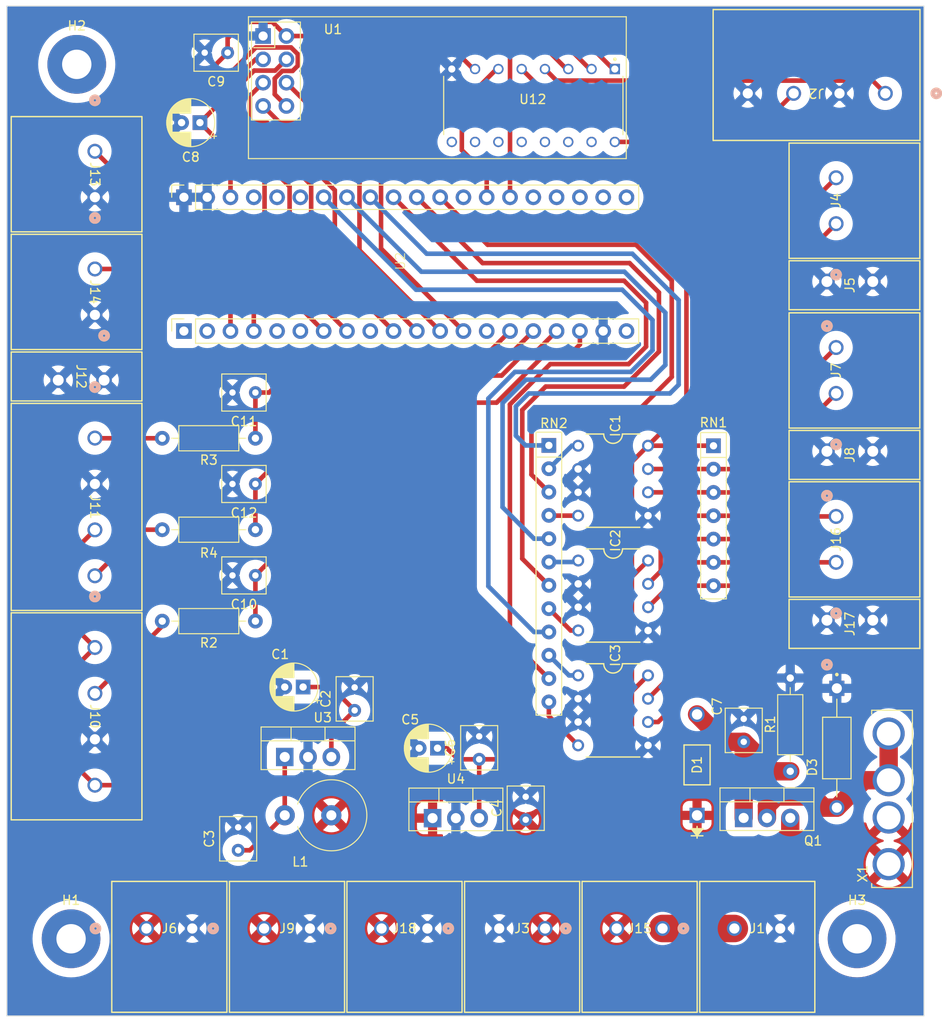
<source format=kicad_pcb>
(kicad_pcb (version 20221018) (generator pcbnew)
  (layers (0 "F.Cu" signal) (31 "B.Cu" signal) (34 "B.Paste" user) (35 "F.Paste" user) (36 "B.SilkS" user "B.Silkscreen") (37 "F.SilkS" user "F.Silkscreen") (38 "B.Mask" user) (39 "F.Mask" user) (44 "Edge.Cuts" user))
  (net 0 "")
  (net 1 "VCC")
  (net 2 "GND")
  (net 3 "Net-(U3-IN)")
  (net 4 "+24V")
  (net 5 "+5V")
  (net 6 "Net-(Q1-G)")
  (net 7 "Net-(Q1-S)")
  (net 8 "NRF24L01_CE")
  (net 9 "NRF24L01_CSN")
  (net 10 "PB3")
  (net 11 "PB5")
  (net 12 "PB4")
  (net 13 "NRF24L01_IRQ")
  (net 14 "Net-(J10-Pad2)")
  (net 15 "Net-(J11-Pad1)")
  (net 16 "Net-(J11-Pad4)")
  (net 23 "DISK_PWM")
  (net 24 "WHEEL_LEFT_PWM")
  (net 25 "WHEEL_RIGHT_PWM")
  (net 26 "HAND_END_LEFT")
  (net 27 "HAND_END_RIGHT")
  (net 28 "OPT_END_WHEEL_LEFT")
  (net 29 "OPT_END_WHEEL_RIGHT")
  (net 30 "OPT_END_DISK")
  (net 31 "DISK_DIR")
  (net 32 "WHEEL_LEFT_DIR")
  (net 33 "WHEEL_RIGHT_DIR")
  (net 34 "Net-(U12-E)")
  (net 35 "Net-(U12-F)")
  (net 36 "+3.3V")
  (net 37 "HAND_PWM")
  (net 38 "HAND_DIR")
  (net 45 "Net-(J1-Pad1)")
  (net 55 "/BAT_SW")
  (net 58 "unconnected-(H3-Pad1)")
  (net 59 "/IC1_VO1")
  (net 60 "/IC1_VO2")
  (net 61 "/IC1_VF2+")
  (net 62 "/IC1_VF1+")
  (net 63 "/IC2_VF1+")
  (net 64 "/IC2_VO1")
  (net 65 "/IC2_VF2+")
  (net 66 "/IC2_VO2")
  (net 67 "/IC3_VF1+")
  (net 68 "/IC3_VO1")
  (net 69 "/IC3_VF2+")
  (net 70 "/IC3_VO2")
  (footprint "236-102:CONN_236-102_WAG" (layer "F.Cu") (at 40.8549 100.480001)
    (fp_text reference "J18")
    (fp_text value "236-102")
  )
  (footprint "236-102:CONN_236-102_WAG" (layer "F.Cu") (at 90.420001 42.195101 90)
    (fp_text reference "J7")
    (fp_text value "236-102")
  )
  (footprint "BZX85C10-TAP:DO-41_VIS" (layer "F.Cu") (at 75.26 88.1606 90)
    (fp_text reference "D1")
    (fp_text value "BZX85C10-TAP")
  )
  (footprint "236-104:CONN_236-104_WAG" (layer "F.Cu") (at 9.6 47.06 -90)
    (fp_text reference "J11")
    (fp_text value "236-104")
  )
  (footprint "Package_TO_SOT_THT:TO-220-3_Vertical" (layer "F.Cu") (at 46.42 88.46)
    (fp_text reference "U4")
    (fp_text value "L7805")
  )
  (footprint "Capacitor_THT:C_Rect_L4.6mm_W3.8mm_P2.50mm_MKS02_FKP02" (layer "F.Cu") (at 51.5 82.05 90)
    (fp_text reference "C6")
    (fp_text value "100nF")
  )
  (footprint "236-102:CONN_236-102_WAG" (layer "F.Cu") (at 90.420001 60.595101 90)
    (fp_text reference "J16")
    (fp_text value "236-102")
  )
  (footprint "Capacitor_THT:C_Rect_L4.6mm_W3.8mm_P2.50mm_MKS02_FKP02" (layer "F.Cu") (at 27.1 52.06 180)
    (fp_text reference "C12")
    (fp_text value "100nF")
  )
  (footprint "P6KE27CA:DIOAD1300W80L670D310" (layer "F.Cu") (at 90.5 80.82 -90)
    (fp_text reference "D3")
    (fp_text value "P6KE27CA")
  )
  (footprint "Capacitor_THT:C_Rect_L4.6mm_W3.8mm_P2.50mm_MKS02_FKP02" (layer "F.Cu") (at 24.07 5.08 180)
    (fp_text reference "C9")
    (fp_text value "100nF")
  )
  (footprint "236-744:236-744_WAG" (layer "F.Cu") (at 89.42 48.4951 90)
    (fp_text reference "J8")
    (fp_text value "236-401")
  )
  (footprint "HCPL-2531:DIL08" (layer "F.Cu") (at 66.1 51.7 -90)
    (fp_text reference "IC1")
    (fp_text value "HCPL-2531")
  )
  (footprint "Capacitor_THT:C_Rect_L4.6mm_W3.8mm_P2.50mm_MKS02_FKP02" (layer "F.Cu") (at 56.575113 88.63 90)
    (fp_text reference "C4")
    (fp_text value "100nF")
  )
  (footprint "236-104:CONN_236-104_WAG" (layer "F.Cu") (at 9.6 69.87 -90)
    (fp_text reference "J10")
    (fp_text value "236-104")
  )
  (footprint "Library:ELSYS-LOGO" (layer "F.Cu") (at 78.947115 28.527114)
    (fp_text reference "REF**" hide)
    (fp_text value "ELSYS-LOGO")
  )
  (footprint "Resistor_THT:R_Array_SIP12" (layer "F.Cu") (at 59.1 47.86 -90)
    (fp_text reference "RN2")
    (fp_text value "R_Pack06_SIP")
  )
  (footprint "236-102:CONN_236-102_WAG" (layer "F.Cu") (at 15.2149 100.480001)
    (fp_text reference "J6")
    (fp_text value "236-102")
  )
  (footprint "236-104:CONN_236-104_WAG" (layer "F.Cu") (at 95.79 9.51 180)
    (fp_text reference "J2")
    (fp_text value "236-104")
  )
  (footprint "236-102:CONN_236-102_WAG" (layer "F.Cu") (at 9.6 28.64 -90)
    (fp_text reference "J14")
    (fp_text value "236-102")
  )
  (footprint "MountingHole:MountingHole_3.2mm_M3_Pad" (layer "F.Cu") (at 7.62 6.35)
    (fp_text reference "H2")
    (fp_text value "MountingHole_Pad")
  )
  (footprint "Capacitor_THT:C_Rect_L4.6mm_W3.8mm_P2.50mm_MKS02_FKP02" (layer "F.Cu") (at 37.92 76.72 90)
    (fp_text reference "C2")
    (fp_text value "100nF")
  )
  (footprint "Inductor_THT:L_Axial_L16.0mm_D7.5mm_P5.08mm_Vertical_Fastron_XHBCC" (layer "F.Cu") (at 35.38 88.15 180)
    (fp_text reference "L1")
    (fp_text value "2.2uH")
  )
  (footprint "Package_TO_SOT_THT:TO-220-3_Vertical" (layer "F.Cu") (at 30.3 81.8)
    (fp_text reference "U3")
    (fp_text value "L7805")
  )
  (footprint "Resistor_THT:R_Axial_DIN0207_L6.3mm_D2.5mm_P10.16mm_Horizontal" (layer "F.Cu") (at 27.1 47.08 180)
    (fp_text reference "R3")
    (fp_text value "680R")
  )
  (footprint "236-744:236-744_WAG" (layer "F.Cu") (at 89.42 66.9 90)
    (fp_text reference "J17")
    (fp_text value "236-401")
  )
  (footprint "HCPL-2531:DIL08" (layer "F.Cu") (at 66.11 64.21 -90)
    (fp_text reference "IC2")
    (fp_text value "HCPL-2531")
  )
  (footprint "236-102:CONN_236-102_WAG" (layer "F.Cu") (at 79.3249 100.480001)
    (fp_text reference "J1")
    (fp_text value "236-102")
  )
  (footprint "Capacitor_THT:C_Rect_L4.6mm_W3.8mm_P2.50mm_MKS02_FKP02" (layer "F.Cu") (at 25.22 91.96 90)
    (fp_text reference "C3")
    (fp_text value "100nF")
  )
  (footprint "236-102:CONN_236-102_WAG" (layer "F.Cu") (at 53.6849 100.480001)
    (fp_text reference "J3")
    (fp_text value "236-102")
  )
  (footprint "Capacitor_THT:CP_Radial_D5.0mm_P2.00mm" (layer "F.Cu") (at 32.3 74.18 180)
    (fp_text reference "C1")
    (fp_text value "100uF")
  )
  (footprint "MountingHole:MountingHole_3.2mm_M3_Pad" (layer "F.Cu") (at 7 101.6)
    (fp_text reference "H1")
    (fp_text value "MountingHole_Pad")
  )
  (footprint "236-102:CONN_236-102_WAG" (layer "F.Cu") (at 66.4949 100.480001)
    (fp_text reference "J15")
    (fp_text value "236-102")
  )
  (footprint "Resistor_THT:R_Axial_DIN0207_L6.3mm_D2.5mm_P10.16mm_Horizontal" (layer "F.Cu") (at 85.42 83.36 90)
    (fp_text reference "R1")
    (fp_text value "8.2kR")
  )
  (footprint "Package_TO_SOT_THT:TO-220-3_Vertical" (layer "F.Cu") (at 80.34 88.44)
    (fp_text reference "Q1")
    (fp_text value "IXTP120P065T")
  )
  (footprint "236-102:CONN_236-102_WAG" (layer "F.Cu") (at 90.420001 23.705101 90)
    (fp_text reference "J4")
    (fp_text value "236-102")
  )
  (footprint "Capacitor_THT:CP_Radial_D5.0mm_P2.00mm" (layer "F.Cu") (at 46.96 80.84 180)
    (fp_text reference "C5")
    (fp_text value "100uF")
  )
  (footprint "Capacitor_THT:CP_Radial_D5.0mm_P2.00mm" (layer "F.Cu") (at 21.05 12.7 180)
    (fp_text reference "C8")
    (fp_text value "100uF")
  )
  (footprint "MountingHole:MountingHole_3.2mm_M3_Pad" (layer "F.Cu") (at 92.71 101.6)
    (fp_text reference "H3")
    (fp_text value "MountingHole_Pad")
  )
  (footprint "Capacitor_THT:C_Rect_L4.6mm_W3.8mm_P2.50mm_MKS02_FKP02" (layer "F.Cu") (at 80.35 80.15 90)
    (fp_text reference "C7")
    (fp_text value "100nF")
  )
  (footprint "236-744:236-744_WAG" (layer "F.Cu") (at 10.600001 40.75 -90)
    (fp_text reference "J12")
    (fp_text value "236-401")
  )
  (footprint "236-102:CONN_236-102_WAG" (layer "F.Cu") (at 28.0449 100.480001)
    (fp_text reference "J9")
    (fp_text value "236-102")
  )
  (footprint "3522-2:FUSE_3522-2" (layer "F.Cu") (at 96.52 86.36 90)
    (fp_text reference "X1")
    (fp_text value "3522-2")
  )
  (footprint "CD40109BE:DIP794W45P254L1969H508Q16" (layer "F.Cu") (at 57.404 10.83 -90)
    (fp_text reference "U12")
    (fp_text value "CD40109BE")
  )
  (footprint "236-744:236-744_WAG" (layer "F.Cu") (at 89.42 30.009999 90)
    (fp_text reference "J5")
    (fp_text value "236-401")
  )
  (footprint "236-102:CONN_236-102_WAG" (layer "F.Cu") (at 9.6 15.82 -90)
    (fp_text reference "J13")
    (fp_text value "236-102")
  )
  (footprint "Capacitor_THT:C_Rect_L4.6mm_W3.8mm_P2.50mm_MKS02_FKP02" (layer "F.Cu") (at 27.1 62.02 180)
    (fp_text reference "C10")
    (fp_text value "100nF")
  )
  (footprint "Capacitor_THT:C_Rect_L4.6mm_W3.8mm_P2.50mm_MKS02_FKP02" (layer "F.Cu") (at 27.1 42.1 180)
    (fp_text reference "C11")
    (fp_text value "100nF")
  )
  (footprint "Library:STM32F103C8T6_pinout" (layer "F.Cu") (at 42.904 27.783 90)
    (fp_text reference "U2")
    (fp_text value "STM32F103C8T6")
  )
  (footprint "Resistor_THT:R_Axial_DIN0207_L6.3mm_D2.5mm_P10.16mm_Horizontal" (layer "F.Cu") (at 27.1 67 180)
    (fp_text reference "R2")
    (fp_text value "680R")
  )
  (footprint "Resistor_THT:R_Array_SIP7" (layer "F.Cu") (at 77.05 47.9 -90)
    (fp_text reference "RN1")
    (fp_text value "R_Network06")
  )
  (footprint "HCPL-2531:DIL08" (layer "F.Cu") (at 66.1 76.72 -90)
    (fp_text reference "IC3")
    (fp_text value "HCPL-2531")
  )
  (footprint "RF_Module:nRF24L01_Breakout" (layer "F.Cu") (at 27.94 3.265)
    (fp_text reference "U1")
    (fp_text value "NRF24L01_Breakout")
  )
  (footprint "Resistor_THT:R_Axial_DIN0207_L6.3mm_D2.5mm_P10.16mm_Horizontal" (layer "F.Cu") (at 27.1 57.04 180)
    (fp_text reference "R4")
    (fp_text value "680R")
  )
  (gr_rect (start 0 0) (end 100 110) (stroke (width 0.1)) (fill none) (layer "Edge.Cuts"))
  (segment (start 58.4 38.2) (end 53.4 43.2) (width 0.5) (layer "F.Cu") (net 1))
  (segment (start 31.63 78.8) (end 22.83 78.8) (width 0.5) (layer "F.Cu") (net 1))
  (segment (start 62.484 36.866) (end 61.15 38.2) (width 0.5) (layer "F.Cu") (net 1))
  (segment (start 35.38 74.18) (end 32.3 74.18) (width 0.5) (layer "F.Cu") (net 1))
  (segment (start 6.63 66.9) (end 9.6 69.87) (width 0.5) (layer "F.Cu") (net 1))
  (segment (start 22.83 78.8) (end 16.759999 84.870001) (width 0.5) (layer "F.Cu") (net 1))
  (segment (start 9.6 69.87) (end 6.18 73.29) (width 0.5) (layer "F.Cu") (net 1))
  (segment (start 6.18 81.450001) (end 9.6 84.870001) (width 0.5) (layer "F.Cu") (net 1))
  (segment (start 6.18 73.29) (end 6.18 81.450001) (width 0.5) (layer "F.Cu") (net 1))
  (segment (start 38.7 43.2) (end 35.815 46.085) (width 0.5) (layer "F.Cu") (net 1))
  (segment (start 35.38 79.26) (end 37.92 76.72) (width 0.5) (layer "F.Cu") (net 1))
  (segment (start 31.63 78.8) (end 35.815 74.615) (width 0.5) (layer "F.Cu") (net 1))
  (segment (start 35.815 46.085) (end 35.815 74.615) (width 0.5) (layer "F.Cu") (net 1))
  (segment (start 16.759999 84.870001) (end 9.6 84.870001) (width 0.5) (layer "F.Cu") (net 1))
  (segment (start 61.15 38.2) (end 58.4 38.2) (width 0.5) (layer "F.Cu") (net 1))
  (segment (start 53.4 43.2) (end 38.7 43.2) (width 0.5) (layer "F.Cu") (net 1))
  (segment (start 35.815 74.615) (end 35.38 74.18) (width 0.5) (layer "F.Cu") (net 1))
  (segment (start 62.484 35.403) (end 62.484 36.866) (width 0.5) (layer "F.Cu") (net 1))
  (segment (start 35.38 81.8) (end 35.38 79.26) (width 0.5) (layer "F.Cu") (net 1))
  (segment (start 37.92 76.72) (end 35.815 74.615) (width 0.5) (layer "F.Cu") (net 1))
  (segment (start 6.63 60.03) (end 6.63 66.9) (width 0.5) (layer "F.Cu") (net 1))
  (segment (start 9.6 57.06) (end 6.63 60.03) (width 0.5) (layer "F.Cu") (net 1))
  (segment (start 26.49 91.96) (end 25.22 91.96) (width 0.5) (layer "F.Cu") (net 3))
  (segment (start 30.3 88.15) (end 26.49 91.96) (width 0.5) (layer "F.Cu") (net 3))
  (segment (start 30.3 88.15) (end 30.3 81.8) (width 0.5) (layer "F.Cu") (net 3))
  (segment (start 85.42 88.44) (end 85.42 90.6) (width 2) (layer "F.Cu") (net 4))
  (segment (start 63.15 83.35) (end 68.15 78.35) (width 0.5) (layer "F.Cu") (net 5))
  (segment (start 70.4 24.65) (end 74.1 28.35) (width 0.5) (layer "F.Cu") (net 5))
  (segment (start 51.5 82.05) (end 53.45 82.05) (width 0.5) (layer "F.Cu") (net 5))
  (segment (start 69.91 47.89) (end 77.04 47.89) (width 0.5) (layer "F.Cu") (net 5))
  (segment (start 68.15 49.65) (end 69.91 47.89) (width 0.5) (layer "F.Cu") (net 5))
  (segment (start 49.2 82.05) (end 51.5 82.05) (width 0.5) (layer "F.Cu") (net 5))
  (segment (start 53.45 82.05) (end 54.75 83.35) (width 0.5) (layer "F.Cu") (net 5))
  (segment (start 77.04 47.89) (end 77.05 47.9) (width 0.5) (layer "F.Cu") (net 5))
  (segment (start 68 14.8) (end 70.4 17.2) (width 0.5) (layer "F.Cu") (net 5))
  (segment (start 68.15 74.67) (end 68.15 62.17) (width 0.5) (layer "F.Cu") (net 5))
  (segment (start 54.75 83.35) (end 63.15 83.35) (width 0.5) (layer "F.Cu") (net 5))
  (segment (start 74.1 28.35) (end 74.1 43.7) (width 0.5) (layer "F.Cu") (net 5))
  (segment (start 49.03 81.88) (end 49.2 82.05) (width 0.5) (layer "F.Cu") (net 5))
  (segment (start 66.294 14.8) (end 68 14.8) (width 0.5) (layer "F.Cu") (net 5))
  (segment (start 70.4 17.2) (end 70.4 24.65) (width 0.5) (layer "F.Cu") (net 5))
  (segment (start 68.81 74.01) (end 69.91 72.91) (width 0.5) (layer "F.Cu") (net 5))
  (segment (start 47.99 80.84) (end 49.03 81.88) (width 0.5) (layer "F.Cu") (net 5))
  (segment (start 68.15 74.67) (end 68.81 74.01) (width 0.5) (layer "F.Cu") (net 5))
  (segment (start 68.15 78.35) (end 68.15 74.67) (width 0.5) (layer "F.Cu") (net 5))
  (segment (start 68.15 62.17) (end 69.92 60.4) (width 0.5) (layer "F.Cu") (net 5))
  (segment (start 68.15 62.17) (end 68.15 49.65) (width 0.5) (layer "F.Cu") (net 5))
  (segment (start 46.96 80.84) (end 47.99 80.84) (width 0.5) (layer "F.Cu") (net 5))
  (segment (start 51.5 88.46) (end 51.5 82.05) (width 0.5) (layer "F.Cu") (net 5))
  (segment (start 74.1 43.7) (end 69.91 47.89) (width 0.5) (layer "F.Cu") (net 5))
  (segment (start 80.34 80.16) (end 80.35 80.15) (width 0.5) (layer "F.Cu") (net 6))
  (segment (start 80.34 88.44) (end 80.34 80.16) (width 2) (layer "F.Cu") (net 6))
  (segment (start 83.56 83.36) (end 80.35 80.15) (width 2) (layer "F.Cu") (net 6))
  (segment (start 80.35 80.15) (end 78.2476 80.15) (width 2) (layer "F.Cu") (net 6))
  (segment (start 85.42 83.36) (end 83.56 83.36) (width 2) (layer "F.Cu") (net 6))
  (segment (start 78.2476 80.15) (end 75.26 77.1624) (width 2) (layer "F.Cu") (net 6))
  (segment (start 87.9 86.1) (end 83.9 86.1) (width 2) (layer "F.Cu") (net 7))
  (segment (start 82.88 87.12) (end 82.88 88.44) (width 2) (layer "F.Cu") (net 7))
  (segment (start 89.12 87.32) (end 87.9 86.1) (width 2) (layer "F.Cu") (net 7))
  (segment (start 93.49 84.33) (end 90.5 87.32) (width 2) (layer "F.Cu") (net 7))
  (segment (start 96.15 84.33) (end 93.49 84.33) (width 2) (layer "F.Cu") (net 7))
  (segment (start 83.9 86.1) (end 82.88 87.12) (width 2) (layer "F.Cu") (net 7))
  (segment (start 96.15 84.33) (end 96.15 79.25) (width 2) (layer "F.Cu") (net 7))
  (segment (start 90.5 87.32) (end 89.12 87.32) (width 2) (layer "F.Cu") (net 7))
  (segment (start 27.115 5.805) (end 24.85 8.07) (width 0.5) (layer "F.Cu") (net 8))
  (segment (start 24.85 8.07) (end 24.85 13.68) (width 0.5) (layer "F.Cu") (net 8))
  (segment (start 24.85 13.68) (end 30.829 19.659) (width 0.5) (layer "F.Cu") (net 8))
  (segment (start 30.829 19.659) (end 30.829 29.148) (width 0.5) (layer "F.Cu") (net 8))
  (segment (start 30.829 29.148) (end 37.084 35.403) (width 0.5) (layer "F.Cu") (net 8))
  (segment (start 27.94 5.805) (end 27.115 5.805) (width 0.25) (layer "F.Cu") (net 8))
  (segment (start 25.59 8.4) (end 25.59 12.79) (width 0.5) (layer "F.Cu") (net 9))
  (segment (start 30.48 5.805) (end 29.255 7.03) (width 0.5) (layer "F.Cu") (net 9))
  (segment (start 25.59 12.79) (end 26.76 13.96) (width 0.5) (layer "F.Cu") (net 9))
  (segment (start 33.179 19.499) (end 33.179 26.418) (width 0.5) (layer "F.Cu") (net 9))
  (segment (start 26.96 7.03) (end 25.59 8.4) (width 0.5) (layer "F.Cu") (net 9))
  (segment (start 29.255 7.03) (end 26.96 7.03) (width 0.5) (layer "F.Cu") (net 9))
  (segment (start 33.179 26.418) (end 42.164 35.403) (width 0.5) (layer "F.Cu") (net 9))
  (segment (start 26.76 13.96) (end 27.64 13.96) (width 0.5) (layer "F.Cu") (net 9))
  (segment (start 27.64 13.96) (end 33.179 19.499) (width 0.5) (layer "F.Cu") (net 9))
  (segment (start 26.5 12.72) (end 28.41 12.72) (width 0.5) (layer "F.Cu") (net 10))
  (segment (start 28.41 12.72) (end 35.76 20.07) (width 0.5) (layer "F.Cu") (net 10))
  (segment (start 27.94 8.345) (end 26.5 9.785) (width 0.5) (layer "F.Cu") (net 10))
  (segment (start 26.5 9.785) (end 26.5 12.72) (width 0.5) (layer "F.Cu") (net 10))
  (segment (start 35.76 26.459) (end 44.704 35.403) (width 0.5) (layer "F.Cu") (net 10))
  (segment (start 35.76 20.07) (end 35.76 26.459) (width 0.5) (layer "F.Cu") (net 10))
  (segment (start 40.799 26.418) (end 49.784 35.403) (width 0.5) (layer "F.Cu") (net 11))
  (segment (start 30.48 8.345) (end 40.799 18.664) (width 0.5) (layer "F.Cu") (net 11))
  (segment (start 30.48 8.345) (end 31.095 8.345) (width 0.25) (layer "F.Cu") (net 11))
  (segment (start 40.799 18.664) (end 40.799 26.418) (width 0.5) (layer "F.Cu") (net 11))
  (segment (start 29.795 12.74) (end 33.09 12.74) (width 0.5) (layer "F.Cu") (net 12))
  (segment (start 38.449 18.099) (end 38.449 26.608) (width 0.5) (layer "F.Cu") (net 12))
  (segment (start 27.94 10.885) (end 29.795 12.74) (width 0.5) (layer "F.Cu") (net 12))
  (segment (start 38.449 26.608) (end 47.244 35.403) (width 0.5) (layer "F.Cu") (net 12))
  (segment (start 33.09 12.74) (end 38.449 18.099) (width 0.5) (layer "F.Cu") (net 12))
  (segment (start 31.72 6.5) (end 31.72 5.24) (width 0.5) (layer "F.Cu") (net 13))
  (segment (start 28.099 28.958) (end 34.544 35.403) (width 0.5) (layer "F.Cu") (net 13))
  (segment (start 31.72 5.24) (end 30.99 4.51) (width 0.5) (layer "F.Cu") (net 13))
  (segment (start 30.48 10.885) (end 29.21 9.615) (width 0.5) (layer "F.Cu") (net 13))
  (segment (start 23.96 7.7) (end 23.96 14.2) (width 0.5) (layer "F.Cu") (net 13))
  (segment (start 30.99 4.51) (end 27.15 4.51) (width 0.5) (layer "F.Cu") (net 13))
  (segment (start 27.15 4.51) (end 23.96 7.7) (width 0.5) (layer "F.Cu") (net 13))
  (segment (start 30.03 7.07) (end 31.15 7.07) (width 0.5) (layer "F.Cu") (net 13))
  (segment (start 28.099 18.339) (end 28.099 28.958) (width 0.5) (layer "F.Cu") (net 13))
  (segment (start 31.15 7.07) (end 31.72 6.5) (width 0.5) (layer "F.Cu") (net 13))
  (segment (start 29.21 9.615) (end 29.21 7.89) (width 0.5) (layer "F.Cu") (net 13))
  (segment (start 23.96 14.2) (end 28.099 18.339) (width 0.5) (layer "F.Cu") (net 13))
  (segment (start 29.21 7.89) (end 30.03 7.07) (width 0.5) (layer "F.Cu") (net 13))
  (segment (start 9.6 74.87) (end 16.94 67.53) (width 0.5) (layer "F.Cu") (net 14))
  (segment (start 16.94 67.53) (end 16.94 67) (width 0.5) (layer "F.Cu") (net 14))
  (segment (start 16.94 47.08) (end 9.62 47.08) (width 0.5) (layer "F.Cu") (net 15))
  (segment (start 9.62 47.08) (end 9.6 47.06) (width 0.5) (layer "F.Cu") (net 15))
  (segment (start 14.620001 57.04) (end 9.6 62.060001) (width 0.5) (layer "F.Cu") (net 16))
  (segment (start 16.94 57.04) (end 14.620001 57.04) (width 0.5) (layer "F.Cu") (net 16))
  (segment (start 56.56 47.86) (end 55.5 46.8) (width 0.5) (layer "B.Cu") (net 23))
  (segment (start 73.25 41.25) (end 73.25 32.03) (width 0.5) (layer "B.Cu") (net 23))
  (segment (start 73.25 32.03) (end 68.2 26.98) (width 0.5) (layer "B.Cu") (net 23))
  (segment (start 56.9 42.2) (end 72.3 42.2) (width 0.5) (layer "B.Cu") (net 23))
  (segment (start 59.1 47.86) (end 56.56 47.86) (width 0.5) (layer "B.Cu") (net 23))
  (segment (start 72.3 42.2) (end 73.25 41.25) (width 0.5) (layer "B.Cu") (net 23))
  (segment (start 55.5 46.8) (end 55.5 43.6) (width 0.5) (layer "B.Cu") (net 23))
  (segment (start 68.2 26.98) (end 45.776 26.98) (width 0.5) (layer "B.Cu") (net 23))
  (segment (start 45.776 26.98) (end 39.624 20.828) (width 0.5) (layer "B.Cu") (net 23))
  (segment (start 55.5 43.6) (end 56.9 42.2) (width 0.5) (layer "B.Cu") (net 23))
  (segment (start 59.1 58.02) (end 57.48 58.02) (width 0.5) (layer "B.Cu") (net 24))
  (segment (start 70.2 40.7) (end 71.8 39.1) (width 0.5) (layer "B.Cu") (net 24))
  (segment (start 54.05 43.25) (end 56.6 40.7) (width 0.5) (layer "B.Cu") (net 24))
  (segment (start 45.196 28.94) (end 37.084 20.828) (width 0.5) (layer "B.Cu") (net 24))
  (segment (start 57.48 58.02) (end 54.05 54.59) (width 0.5) (layer "B.Cu") (net 24))
  (segment (start 71.8 39.1) (end 71.8 33.4) (width 0.5) (layer "B.Cu") (net 24))
  (segment (start 56.6 40.7) (end 70.2 40.7) (width 0.5) (layer "B.Cu") (net 24))
  (segment (start 71.8 33.4) (end 67.34 28.94) (width 0.5) (layer "B.Cu") (net 24))
  (segment (start 54.05 54.59) (end 54.05 43.25) (width 0.5) (layer "B.Cu") (net 24))
  (segment (start 67.34 28.94) (end 45.196 28.94) (width 0.5) (layer "B.Cu") (net 24))
  (segment (start 44.616 30.9) (end 34.544 20.828) (width 0.5) (layer "B.Cu") (net 25))
  (segment (start 52.5 42.75) (end 55.4 39.85) (width 0.5) (layer "B.Cu") (net 25))
  (segment (start 67.1 30.9) (end 44.616 30.9) (width 0.5) (layer "B.Cu") (net 25))
  (segment (start 57.48 68.18) (end 52.5 63.2) (width 0.5) (layer "B.Cu") (net 25))
  (segment (start 68.05 39.85) (end 70.4 37.5) (width 0.5) (layer "B.Cu") (net 25))
  (segment (start 70.4 34.2) (end 67.1 30.9) (width 0.5) (layer "B.Cu") (net 25))
  (segment (start 70.4 37.5) (end 70.4 34.2) (width 0.5) (layer "B.Cu") (net 25))
  (segment (start 59.1 68.18) (end 57.48 68.18) (width 0.5) (layer "B.Cu") (net 25))
  (segment (start 52.5 63.2) (end 52.5 42.75) (width 0.5) (layer "B.Cu") (net 25))
  (segment (start 55.4 39.85) (end 68.05 39.85) (width 0.5) (layer "B.Cu") (net 25))
  (segment (start 9.6 15.82) (end 11.82 18.04) (width 0.5) (layer "F.Cu") (net 26))
  (segment (start 26.924 35.403) (end 26.924 32.979) (width 0.5) (layer "F.Cu") (net 26))
  (segment (start 11.82 18.04) (end 11.82 25.6) (width 0.5) (layer "F.Cu") (net 26))
  (segment (start 11.82 25.6) (end 13.49 27.27) (width 0.5) (layer "F.Cu") (net 26))
  (segment (start 13.49 27.27) (end 21.215 27.27) (width 0.5) (layer "F.Cu") (net 26))
  (segment (start 26.924 32.979) (end 21.215 27.27) (width 0.5) (layer "F.Cu") (net 26))
  (segment (start 20.004 28.64) (end 9.6 28.64) (width 0.5) (layer "F.Cu") (net 27))
  (segment (start 24.384 33.02) (end 20.004 28.64) (width 0.5) (layer "F.Cu") (net 27))
  (segment (start 24.384 35.403) (end 24.384 33.02) (width 0.5) (layer "F.Cu") (net 27))
  (segment (start 29.7 49.46) (end 29.7 43.1) (width 0.5) (layer "F.Cu") (net 28))
  (segment (start 32.77 40) (end 33.37 39.4) (width 0.5) (layer "F.Cu") (net 28))
  (segment (start 29.7 43.1) (end 32.77 40.03) (width 0.5) (layer "F.Cu") (net 28))
  (segment (start 27.1 52.06) (end 29.7 49.46) (width 0.5) (layer "F.Cu") (net 28))
  (segment (start 53.407 39.4) (end 57.404 35.403) (width 0.5) (layer "F.Cu") (net 28))
  (segment (start 27.1 57.04) (end 27.1 52.06) (width 0.5) (layer "F.Cu") (net 28))
  (segment (start 33.37 39.4) (end 53.407 39.4) (width 0.5) (layer "F.Cu") (net 28))
  (segment (start 27.1 42.1) (end 28.6 42.1) (width 0.5) (layer "F.Cu") (net 29))
  (segment (start 28.6 42.1) (end 32.23 38.47) (width 0.5) (layer "F.Cu") (net 29))
  (segment (start 32.23 38.47) (end 51.797 38.47) (width 0.5) (layer "F.Cu") (net 29))
  (segment (start 27.1 47.08) (end 27.1 42.1) (width 0.5) (layer "F.Cu") (net 29))
  (segment (start 51.797 38.47) (end 54.864 35.403) (width 0.5) (layer "F.Cu") (net 29))
  (segment (start 32 43.2) (end 32 57.12) (width 0.5) (layer "F.Cu") (net 30))
  (segment (start 56.45 37.75) (end 53.95 40.25) (width 0.5) (layer "F.Cu") (net 30))
  (segment (start 57.597 37.75) (end 56.45 37.75) (width 0.5) (layer "F.Cu") (net 30))
  (segment (start 32 57.12) (end 27.1 62.02) (width 0.5) (layer "F.Cu") (net 30))
  (segment (start 59.944 35.403) (end 57.597 37.75) (width 0.5) (layer "F.Cu") (net 30))
  (segment (start 27.1 67) (end 27.1 62.02) (width 0.5) (layer "F.Cu") (net 30))
  (segment (start 53.95 40.25) (end 34.95 40.25) (width 0.5) (layer "F.Cu") (net 30))
  (segment (start 34.95 40.25) (end 32 43.2) (width 0.5) (layer "F.Cu") (net 30))
  (segment (start 68.6 26) (end 52.416 26) (width 0.5) (layer "F.Cu") (net 31))
  (segment (start 72.5 40.4) (end 72.5 29.9) (width 0.5) (layer "F.Cu") (net 31))
  (segment (start 57.2 45.4) (end 58.7 43.9) (width 0.5) (layer "F.Cu") (net 31))
  (segment (start 69 43.9) (end 72.5 40.4) (width 0.5) (layer "F.Cu") (net 31))
  (segment (start 72.5 29.9) (end 68.6 26) (width 0.5) (layer "F.Cu") (net 31))
  (segment (start 52.416 26) (end 47.244 20.828) (width 0.5) (layer "F.Cu") (net 31))
  (segment (start 58.7 43.9) (end 69 43.9) (width 0.5) (layer "F.Cu") (net 31))
  (segment (start 57.2 51.04) (end 57.2 45.4) (width 0.5) (layer "F.Cu") (net 31))
  (segment (start 59.1 52.94) (end 57.2 51.04) (width 0.5) (layer "F.Cu") (net 31))
  (segment (start 67.3 41.45) (end 58.75 41.45) (width 0.5) (layer "F.Cu") (net 32))
  (segment (start 56.2 44) (end 56.2 60.2) (width 0.5) (layer "F.Cu") (net 32))
  (segment (start 71.1 37.65) (end 67.3 41.45) (width 0.5) (layer "F.Cu") (net 32))
  (segment (start 56.2 60.2) (end 59.1 63.1) (width 0.5) (layer "F.Cu") (net 32))
  (segment (start 58.75 41.45) (end 56.2 44) (width 0.5) (layer "F.Cu") (net 32))
  (segment (start 44.704 20.828) (end 51.876 28) (width 0.5) (layer "F.Cu") (net 32))
  (segment (start 67.9 28) (end 71.1 31.2) (width 0.5) (layer "F.Cu") (net 32))
  (segment (start 51.876 28) (end 67.9 28) (width 0.5) (layer "F.Cu") (net 32))
  (segment (start 71.1 31.2) (end 71.1 37.65) (width 0.5) (layer "F.Cu") (net 32))
  (segment (start 69.7 32.32) (end 69.7 37.1) (width 0.5) (layer "F.Cu") (net 33))
  (segment (start 51.236 29.9) (end 42.164 20.828) (width 0.5) (layer "F.Cu") (net 33))
  (segment (start 67.3 29.92) (end 69.7 32.32) (width 0.5) (layer "F.Cu") (net 33))
  (segment (start 54.85 43.4) (end 54.85 69.01) (width 0.5) (layer "F.Cu") (net 33))
  (segment (start 67.8 39) (end 59.25 39) (width 0.5) (layer "F.Cu") (net 33))
  (segment (start 54.85 69.01) (end 59.1 73.26) (width 0.5) (layer "F.Cu") (net 33))
  (segment (start 69.7 37.1) (end 67.8 39) (width 0.5) (layer "F.Cu") (net 33))
  (segment (start 59.25 39) (end 54.85 43.4) (width 0.5) (layer "F.Cu") (net 33))
  (segment (start 51.236 29.92) (end 67.3 29.92) (width 0.5) (layer "F.Cu") (net 33))
  (segment (start 95.79 9.51) (end 94.4 8.12) (width 0.5) (layer "F.Cu") (net 34))
  (segment (start 94.4 8.12) (end 59.934 8.12) (width 0.5) (layer "F.Cu") (net 34))
  (segment (start 59.934 8.12) (end 58.674 6.86) (width 0.5) (layer "F.Cu") (net 34))
  (segment (start 85.79 9.51) (end 83.19 12.11) (width 0.5) (layer "F.Cu") (net 35))
  (segment (start 61.384 12.11) (end 56.134 6.86) (width 0.5) (layer "F.Cu") (net 35))
  (segment (start 83.19 12.11) (end 61.384 12.11) (width 0.5) (layer "F.Cu") (net 35))
  (segment (start 21.05 12.7) (end 22.85 10.9) (width 0.5) (layer "F.Cu") (net 36))
  (segment (start 63.56 6.86) (end 59.965 3.265) (width 0.5) (layer "F.Cu") (net 36))
  (segment (start 28.935 1.72) (end 30.48 3.265) (width 0.5) (layer "F.Cu") (net 36))
  (segment (start 47.265 3.265) (end 30.48 3.265) (width 0.5) (layer "F.Cu") (net 36))
  (segment (start 24.07 5.08) (end 24.52 4.63) (width 0.25) (layer "F.Cu") (net 36))
  (segment (start 24.384 20.828) (end 24.384 16.034) (width 0.5) (layer "F.Cu") (net 36))
  (segment (start 66.1 6.86) (end 62.505 3.265) (width 0.5) (layer "F.Cu") (net 36))
  (segment (start 62.505 3.265) (end 59.87 3.265) (width 0.5) (layer "F.Cu") (net 36))
  (segment (start 50.86 6.86) (end 47.265 3.265) (width 0.5) (layer "F.Cu") (net 36))
  (segment (start 24.07 5.08) (end 24.07 3.52) (width 0.5) (layer "F.Cu") (net 36))
  (segment (start 24.07 3.52) (end 25.87 1.72) (width 0.5) (layer "F.Cu") (net 36))
  (segment (start 59.87 3.265) (end 47.265 3.265) (width 0.5) (layer "F.Cu") (net 36))
  (segment (start 22.85 10.9) (end 22.85 6.3) (width 0.5) (layer "F.Cu") (net 36))
  (segment (start 59.965 3.265) (end 59.87 3.265) (width 0.5) (layer "F.Cu") (net 36))
  (segment (start 25.87 1.72) (end 28.935 1.72) (width 0.5) (layer "F.Cu") (net 36))
  (segment (start 24.384 16.034) (end 21.05 12.7) (width 0.5) (layer "F.Cu") (net 36))
  (segment (start 22.85 6.3) (end 24.07 5.08) (width 0.5) (layer "F.Cu") (net 36))
  (segment (start 54.864 20.828) (end 54.864 5.476) (width 0.5) (layer "F.Cu") (net 37))
  (segment (start 54.864 5.476) (end 55.4 4.94) (width 0.5) (layer "F.Cu") (net 37))
  (segment (start 59.1 4.94) (end 55.4 4.94) (width 0.5) (layer "F.Cu") (net 37))
  (segment (start 61.02 6.86) (end 59.1 4.94) (width 0.5) (layer "F.Cu") (net 37))
  (segment (start 49.61 10.65) (end 53.4 6.86) (width 0.5) (layer "F.Cu") (net 38))
  (segment (start 49.61 15.69) (end 49.61 10.65) (width 0.5) (layer "F.Cu") (net 38))
  (segment (start 52.324 18.404) (end 52.19 18.27) (width 0.5) (layer "F.Cu") (net 38))
  (segment (start 52.19 18.27) (end 49.61 15.69) (width 0.5) (layer "F.Cu") (net 38))
  (segment (start 52.324 20.828) (end 52.324 18.404) (width 0.5) (layer "F.Cu") (net 38))
  (segment (start 79.3249 100.480001) (end 71.4949 100.480001) (width 3) (layer "F.Cu") (net 45))
  (segment (start 92.88 100.5) (end 93.98 101.6) (width 0.25) (layer "B.Cu") (net 58))
  (segment (start 77.04 50.43) (end 77.05 50.44) (width 0.5) (layer "F.Cu") (net 59))
  (segment (start 77.05 50.44) (end 79.11 50.44) (width 0.5) (layer "F.Cu") (net 59))
  (segment (start 80.15 28.975102) (end 90.420001 18.705101) (width 0.5) (layer "F.Cu") (net 59))
  (segment (start 80.15 49.4) (end 80.15 28.975102) (width 0.5) (layer "F.Cu") (net 59))
  (segment (start 79.11 50.44) (end 80.15 49.4) (width 0.5) (layer "F.Cu") (net 59))
  (segment (start 69.91 50.43) (end 77.04 50.43) (width 0.5) (layer "F.Cu") (net 59))
  (segment (start 79.475 52.98) (end 81.4 51.055) (width 0.5) (layer "F.Cu") (net 60))
  (segment (start 81.4 32.725102) (end 90.420001 23.705101) (width 0.5) (layer "F.Cu") (net 60))
  (segment (start 69.91 52.97) (end 77.04 52.97) (width 0.5) (layer "F.Cu") (net 60))
  (segment (start 77.05 52.98) (end 79.475 52.98) (width 0.5) (layer "F.Cu") (net 60))
  (segment (start 77.04 52.97) (end 77.05 52.98) (width 0.5) (layer "F.Cu") (net 60))
  (segment (start 81.4 51.055) (end 81.4 32.725102) (width 0.5) (layer "F.Cu") (net 60))
  (segment (start 59.13 55.51) (end 59.1 55.48) (width 0.5) (layer "F.Cu") (net 61))
  (segment (start 62.29 55.51) (end 59.13 55.51) (width 0.5) (layer "F.Cu") (net 61))
  (segment (start 61.61 47.89) (end 59.1 50.4) (width 0.5) (layer "B.Cu") (net 62))
  (segment (start 62.29 47.89) (end 61.61 47.89) (width 0.5) (layer "B.Cu") (net 62))
  (segment (start 59.1 60.56) (end 62.14 60.56) (width 0.5) (layer "B.Cu") (net 63))
  (segment (start 62.14 60.56) (end 62.3 60.4) (width 0.5) (layer "B.Cu") (net 63))
  (segment (start 79.475 55.52) (end 82.6 52.395) (width 0.5) (layer "F.Cu") (net 64))
  (segment (start 73.78 55.52) (end 77.05 55.52) (width 0.5) (layer "F.Cu") (net 64))
  (segment (start 82.6 45.015102) (end 90.420001 37.195101) (width 0.5) (layer "F.Cu") (net 64))
  (segment (start 71.3 61.56) (end 71.3 58) (width 0.5) (layer "F.Cu") (net 64))
  (segment (start 69.92 62.94) (end 71.3 61.56) (width 0.5) (layer "F.Cu") (net 64))
  (segment (start 71.3 58) (end 73.78 55.52) (width 0.5) (layer "F.Cu") (net 64))
  (segment (start 77.05 55.52) (end 79.475 55.52) (width 0.5) (layer "F.Cu") (net 64))
  (segment (start 82.6 52.395) (end 82.6 45.015102) (width 0.5) (layer "F.Cu") (net 64))
  (segment (start 61.48 68.02) (end 59.1 65.64) (width 0.5) (layer "F.Cu") (net 65))
  (segment (start 62.3 68.02) (end 61.48 68.02) (width 0.5) (layer "F.Cu") (net 65))
  (segment (start 77.05 58.06) (end 79.475 58.06) (width 0.5) (layer "F.Cu") (net 66))
  (segment (start 79.475 58.06) (end 83.9 53.635) (width 0.5) (layer "F.Cu") (net 66))
  (segment (start 83.9 48.715102) (end 90.420001 42.195101) (width 0.5) (layer "F.Cu") (net 66))
  (segment (start 73.74 58.06) (end 72.1 59.7) (width 0.5) (layer "F.Cu") (net 66))
  (segment (start 77.05 58.06) (end 73.74 58.06) (width 0.5) (layer "F.Cu") (net 66))
  (segment (start 72.1 59.7) (end 72.1 63.3) (width 0.5) (layer "F.Cu") (net 66))
  (segment (start 83.9 53.635) (end 83.9 48.715102) (width 0.5) (layer "F.Cu") (net 66))
  (segment (start 72.1 63.3) (end 69.92 65.48) (width 0.5) (layer "F.Cu") (net 66))
  (segment (start 61.29 72.91) (end 59.1 70.72) (width 0.5) (layer "B.Cu") (net 67))
  (segment (start 62.29 72.91) (end 61.29 72.91) (width 0.5) (layer "B.Cu") (net 67))
  (segment (start 77.05 60.6) (end 80.85 60.6) (width 0.5) (layer "F.Cu") (net 68))
  (segment (start 73.05 61.55) (end 73.05 65.3) (width 0.5) (layer "F.Cu") (net 68))
  (segment (start 77.05 60.6) (end 74 60.6) (width 0.5) (layer "F.Cu") (net 68))
  (segment (start 74 60.6) (end 73.05 61.55) (width 0.5) (layer "F.Cu") (net 68))
  (segment (start 85.854899 55.595101) (end 90.420001 55.595101) (width 0.5) (layer "F.Cu") (net 68))
  (segment (start 80.85 60.6) (end 85.854899 55.595101) (width 0.5) (layer "F.Cu") (net 68))
  (segment (start 72.1 66.25) (end 72.1 73.26) (width 0.5) (layer "F.Cu") (net 68))
  (segment (start 73.05 65.3) (end 72.1 66.25) (width 0.5) (layer "F.Cu") (net 68))
  (segment (start 72.1 73.26) (end 69.91 75.45) (width 0.5) (layer "F.Cu") (net 68))
  (segment (start 62.29 80.53) (end 59.1 77.34) (width 0.5) (layer "F.Cu") (net 69))
  (segment (start 59.1 77.34) (end 59.1 75.8) (width 0.5) (layer "F.Cu") (net 69))
  (segment (start 73.85 68.765) (end 73.85 64.375) (width 0.5) (layer "F.Cu") (net 70))
  (segment (start 73.85 64.375) (end 75.085 63.14) (width 0.5) (layer "F.Cu") (net 70))
  (segment (start 73.05 69.565) (end 73.85 68.765) (width 0.5) (layer "F.Cu") (net 70))
  (segment (start 69.91 77.99) (end 71.01 77.99) (width 0.5) (layer "F.Cu") (net 70))
  (segment (start 83.41 63.14) (end 85.954899 60.595101) (width 0.5) (layer "F.Cu") (net 70))
  (segment (start 85.954899 60.595101) (end 90.420001 60.595101) (width 0.5) (layer "F.Cu") (net 70))
  (segment (start 75.085 63.14) (end 77.05 63.14) (width 0.5) (layer "F.Cu") (net 70))
  (segment (start 73.05 75.95) (end 73.05 69.565) (width 0.5) (layer "F.Cu") (net 70))
  (segment (start 77.05 63.14) (end 83.41 63.14) (width 0.5) (layer "F.Cu") (net 70))
  (segment (start 71.01 77.99) (end 73.05 75.95) (width 0.5) (layer "F.Cu") (net 70))
  (zone (net 4) (net_name "+24V") (layer "F.Cu") (priority 1) (connect_pads (clearance 1)) (min_thickness 0.25) (fill yes (thermal_gap 0.75) (thermal_bridge_width 1))
    (polygon (pts (xy 61.62 95.33) (xy 61.62 110.32) (xy 11.22 110.36) (xy 11.22 94.64) (xy 33.09 94.72) (xy 33.13 85.92) (xy 47.57 85.9) (xy 47.55 91.06) (xy 54.44 91.1) (xy 54.51 87.4) (xy 58.82 87.46) (xy 58.77 91.26) (xy 73.19 90.99) (xy 73.17 86.23) (xy 77.32 86.27) (xy 77.27 91.15) (xy 84.11 91.15) (xy 84.19 87.22) (xy 86.79 87.21) (xy 86.79 94.41) (xy 61.6 94.42)))
  )
  (zone (net 55) (net_name "/BAT_SW") (layer "F.Cu") (priority 2) (connect_pads (clearance 1)) (min_thickness 0.25) (fill yes (thermal_gap 0.75) (thermal_bridge_width 1))
    (polygon (pts (xy 63.64 110.89) (xy 101.28 110.89) (xy 101.28 88.95) (xy 92.25 88.93) (xy 92.16 95.24) (xy 63.55 95.36)))
  )
  (zone (net 2) (net_name "GND") (layer "B.Cu") (connect_pads (clearance 1)) (min_thickness 0.25) (fill yes (thermal_gap 0.75) (thermal_bridge_width 1))
    (polygon (pts (xy -0.7 110.4) (xy 100.4 110.32) (xy 100.75 -0.66) (xy -0.75 -0.66)))
  )
)
</source>
